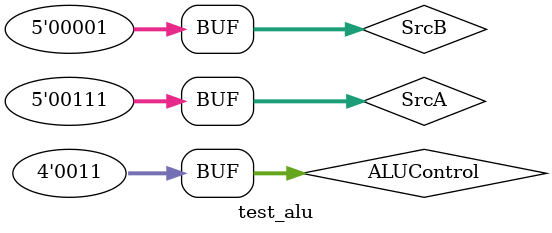
<source format=sv>
module test_alu();

	logic [4:0] SrcA;
	logic [4:0] SrcB;
	logic [3:0] ALUControl;
	logic [5:0] Result;
	logic [3:0] NZVCFlags;
	
	alu #(4) alu(SrcA, SrcB, ALUControl, Result, NZVCFlags);
	
	initial begin 
			SrcA<=4'b0111;
			SrcB<=4'b0001;
			ALUControl<=4'b0000;
			#50;
			SrcB<=4'b0111;
			SrcA<=4'b0001;
			ALUControl<=4'b0001;
			#25;
			SrcA<=4'b0111;
			SrcB<=4'b0001;
			ALUControl<=4'b0010;
			#25;
			SrcA<=4'b0111;
			SrcB<=4'b0001;
			ALUControl<=4'b0011;
			
	end
endmodule
</source>
